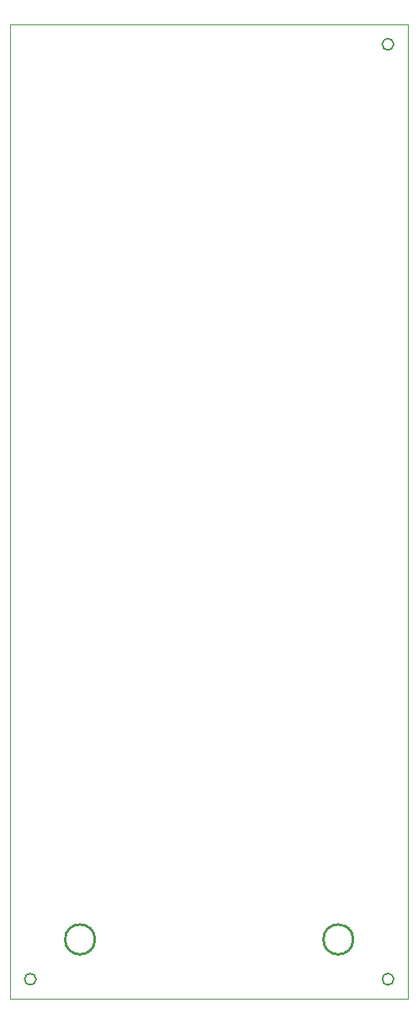
<source format=gbr>
%TF.GenerationSoftware,KiCad,Pcbnew,7.0.1*%
%TF.CreationDate,2023-06-20T23:21:37+02:00*%
%TF.ProjectId,airquality,61697271-7561-46c6-9974-792e6b696361,rev?*%
%TF.SameCoordinates,Original*%
%TF.FileFunction,Profile,NP*%
%FSLAX46Y46*%
G04 Gerber Fmt 4.6, Leading zero omitted, Abs format (unit mm)*
G04 Created by KiCad (PCBNEW 7.0.1) date 2023-06-20 23:21:37*
%MOMM*%
%LPD*%
G01*
G04 APERTURE LIST*
%TA.AperFunction,Profile*%
%ADD10C,0.152400*%
%TD*%
%TA.AperFunction,Profile*%
%ADD11C,0.254000*%
%TD*%
%TA.AperFunction,Profile*%
%ADD12C,0.100000*%
%TD*%
%TA.AperFunction,Profile*%
%ADD13C,0.038100*%
%TD*%
G04 APERTURE END LIST*
D10*
X38576000Y2000000D02*
G75*
G03*
X38576000Y2000000I-576000J0D01*
G01*
D11*
X8500000Y6000000D02*
G75*
G03*
X8500000Y6000000I-1500000J0D01*
G01*
D12*
X40000000Y98000000D02*
X0Y98000000D01*
X0Y0D02*
X40000000Y0D01*
D13*
X40000000Y0D02*
X40000000Y98000000D01*
D10*
X38576000Y96000000D02*
G75*
G03*
X38576000Y96000000I-576000J0D01*
G01*
D11*
X34500000Y6000000D02*
G75*
G03*
X34500000Y6000000I-1500000J0D01*
G01*
D10*
X2576000Y2000000D02*
G75*
G03*
X2576000Y2000000I-576000J0D01*
G01*
D12*
X0Y98000000D02*
X0Y0D01*
M02*

</source>
